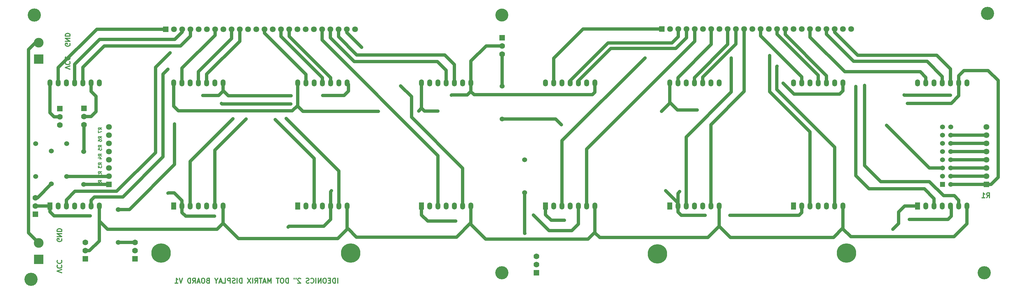
<source format=gbl>
G04 (created by PCBNEW (2013-07-07 BZR 4022)-stable) date 3/3/2015 12:04:10 PM*
%MOIN*%
G04 Gerber Fmt 3.4, Leading zero omitted, Abs format*
%FSLAX34Y34*%
G01*
G70*
G90*
G04 APERTURE LIST*
%ADD10C,0.00590551*%
%ADD11C,0.011811*%
%ADD12C,0.00984252*%
%ADD13R,0.0708661X0.0708661*%
%ADD14C,0.0708661*%
%ADD15C,0.06*%
%ADD16R,0.0590551X0.0866142*%
%ADD17O,0.0590551X0.0866142*%
%ADD18R,0.06X0.06*%
%ADD19R,0.1181X0.1181*%
%ADD20C,0.1181*%
%ADD21C,0.07*%
%ADD22R,0.07X0.07*%
%ADD23C,0.23622*%
%ADD24C,0.16*%
%ADD25C,0.15748*%
%ADD26C,0.035*%
%ADD27C,0.0393701*%
G04 APERTURE END LIST*
G54D10*
G54D11*
X62256Y-64439D02*
X62256Y-63848D01*
X61975Y-64439D02*
X61975Y-63848D01*
X61834Y-63848D01*
X61750Y-63876D01*
X61694Y-63932D01*
X61666Y-63989D01*
X61637Y-64101D01*
X61637Y-64185D01*
X61666Y-64298D01*
X61694Y-64354D01*
X61750Y-64410D01*
X61834Y-64439D01*
X61975Y-64439D01*
X61384Y-64129D02*
X61187Y-64129D01*
X61103Y-64439D02*
X61384Y-64439D01*
X61384Y-63848D01*
X61103Y-63848D01*
X60738Y-63848D02*
X60625Y-63848D01*
X60569Y-63876D01*
X60513Y-63932D01*
X60484Y-64045D01*
X60484Y-64242D01*
X60513Y-64354D01*
X60569Y-64410D01*
X60625Y-64439D01*
X60738Y-64439D01*
X60794Y-64410D01*
X60850Y-64354D01*
X60878Y-64242D01*
X60878Y-64045D01*
X60850Y-63932D01*
X60794Y-63876D01*
X60738Y-63848D01*
X60231Y-64439D02*
X60231Y-63848D01*
X59894Y-64439D01*
X59894Y-63848D01*
X59613Y-64439D02*
X59613Y-63848D01*
X58994Y-64382D02*
X59022Y-64410D01*
X59106Y-64439D01*
X59163Y-64439D01*
X59247Y-64410D01*
X59303Y-64354D01*
X59331Y-64298D01*
X59360Y-64185D01*
X59360Y-64101D01*
X59331Y-63989D01*
X59303Y-63932D01*
X59247Y-63876D01*
X59163Y-63848D01*
X59106Y-63848D01*
X59022Y-63876D01*
X58994Y-63904D01*
X58769Y-64410D02*
X58685Y-64439D01*
X58544Y-64439D01*
X58488Y-64410D01*
X58460Y-64382D01*
X58432Y-64326D01*
X58432Y-64270D01*
X58460Y-64214D01*
X58488Y-64185D01*
X58544Y-64157D01*
X58657Y-64129D01*
X58713Y-64101D01*
X58741Y-64073D01*
X58769Y-64017D01*
X58769Y-63960D01*
X58741Y-63904D01*
X58713Y-63876D01*
X58657Y-63848D01*
X58516Y-63848D01*
X58432Y-63876D01*
X57757Y-63904D02*
X57729Y-63876D01*
X57672Y-63848D01*
X57532Y-63848D01*
X57475Y-63876D01*
X57447Y-63904D01*
X57419Y-63960D01*
X57419Y-64017D01*
X57447Y-64101D01*
X57785Y-64439D01*
X57419Y-64439D01*
X57194Y-63848D02*
X57194Y-63960D01*
X56969Y-63848D02*
X56969Y-63960D01*
X56266Y-64439D02*
X56266Y-63848D01*
X56126Y-63848D01*
X56041Y-63876D01*
X55985Y-63932D01*
X55957Y-63989D01*
X55929Y-64101D01*
X55929Y-64185D01*
X55957Y-64298D01*
X55985Y-64354D01*
X56041Y-64410D01*
X56126Y-64439D01*
X56266Y-64439D01*
X55563Y-63848D02*
X55451Y-63848D01*
X55394Y-63876D01*
X55338Y-63932D01*
X55310Y-64045D01*
X55310Y-64242D01*
X55338Y-64354D01*
X55394Y-64410D01*
X55451Y-64439D01*
X55563Y-64439D01*
X55619Y-64410D01*
X55676Y-64354D01*
X55704Y-64242D01*
X55704Y-64045D01*
X55676Y-63932D01*
X55619Y-63876D01*
X55563Y-63848D01*
X55141Y-63848D02*
X54804Y-63848D01*
X54973Y-64439D02*
X54973Y-63848D01*
X54157Y-64439D02*
X54157Y-63848D01*
X53960Y-64270D01*
X53763Y-63848D01*
X53763Y-64439D01*
X53510Y-64270D02*
X53229Y-64270D01*
X53567Y-64439D02*
X53370Y-63848D01*
X53173Y-64439D01*
X53060Y-63848D02*
X52723Y-63848D01*
X52892Y-64439D02*
X52892Y-63848D01*
X52189Y-64439D02*
X52385Y-64157D01*
X52526Y-64439D02*
X52526Y-63848D01*
X52301Y-63848D01*
X52245Y-63876D01*
X52217Y-63904D01*
X52189Y-63960D01*
X52189Y-64045D01*
X52217Y-64101D01*
X52245Y-64129D01*
X52301Y-64157D01*
X52526Y-64157D01*
X51935Y-64439D02*
X51935Y-63848D01*
X51711Y-63848D02*
X51317Y-64439D01*
X51317Y-63848D02*
X51711Y-64439D01*
X50642Y-64439D02*
X50642Y-63848D01*
X50501Y-63848D01*
X50417Y-63876D01*
X50361Y-63932D01*
X50333Y-63989D01*
X50304Y-64101D01*
X50304Y-64185D01*
X50333Y-64298D01*
X50361Y-64354D01*
X50417Y-64410D01*
X50501Y-64439D01*
X50642Y-64439D01*
X50051Y-64439D02*
X50051Y-63848D01*
X49798Y-64410D02*
X49714Y-64439D01*
X49573Y-64439D01*
X49517Y-64410D01*
X49489Y-64382D01*
X49461Y-64326D01*
X49461Y-64270D01*
X49489Y-64214D01*
X49517Y-64185D01*
X49573Y-64157D01*
X49686Y-64129D01*
X49742Y-64101D01*
X49770Y-64073D01*
X49798Y-64017D01*
X49798Y-63960D01*
X49770Y-63904D01*
X49742Y-63876D01*
X49686Y-63848D01*
X49545Y-63848D01*
X49461Y-63876D01*
X49208Y-64439D02*
X49208Y-63848D01*
X48983Y-63848D01*
X48926Y-63876D01*
X48898Y-63904D01*
X48870Y-63960D01*
X48870Y-64045D01*
X48898Y-64101D01*
X48926Y-64129D01*
X48983Y-64157D01*
X49208Y-64157D01*
X48336Y-64439D02*
X48617Y-64439D01*
X48617Y-63848D01*
X48167Y-64270D02*
X47886Y-64270D01*
X48223Y-64439D02*
X48027Y-63848D01*
X47830Y-64439D01*
X47520Y-64157D02*
X47520Y-64439D01*
X47717Y-63848D02*
X47520Y-64157D01*
X47324Y-63848D01*
X46480Y-64129D02*
X46396Y-64157D01*
X46367Y-64185D01*
X46339Y-64242D01*
X46339Y-64326D01*
X46367Y-64382D01*
X46396Y-64410D01*
X46452Y-64439D01*
X46677Y-64439D01*
X46677Y-63848D01*
X46480Y-63848D01*
X46424Y-63876D01*
X46396Y-63904D01*
X46367Y-63960D01*
X46367Y-64017D01*
X46396Y-64073D01*
X46424Y-64101D01*
X46480Y-64129D01*
X46677Y-64129D01*
X45974Y-63848D02*
X45861Y-63848D01*
X45805Y-63876D01*
X45749Y-63932D01*
X45721Y-64045D01*
X45721Y-64242D01*
X45749Y-64354D01*
X45805Y-64410D01*
X45861Y-64439D01*
X45974Y-64439D01*
X46030Y-64410D01*
X46086Y-64354D01*
X46114Y-64242D01*
X46114Y-64045D01*
X46086Y-63932D01*
X46030Y-63876D01*
X45974Y-63848D01*
X45496Y-64270D02*
X45214Y-64270D01*
X45552Y-64439D02*
X45355Y-63848D01*
X45158Y-64439D01*
X44624Y-64439D02*
X44821Y-64157D01*
X44961Y-64439D02*
X44961Y-63848D01*
X44736Y-63848D01*
X44680Y-63876D01*
X44652Y-63904D01*
X44624Y-63960D01*
X44624Y-64045D01*
X44652Y-64101D01*
X44680Y-64129D01*
X44736Y-64157D01*
X44961Y-64157D01*
X44371Y-64439D02*
X44371Y-63848D01*
X44230Y-63848D01*
X44146Y-63876D01*
X44090Y-63932D01*
X44061Y-63989D01*
X44033Y-64101D01*
X44033Y-64185D01*
X44061Y-64298D01*
X44090Y-64354D01*
X44146Y-64410D01*
X44230Y-64439D01*
X44371Y-64439D01*
X43415Y-63848D02*
X43218Y-64439D01*
X43021Y-63848D01*
X42515Y-64439D02*
X42852Y-64439D01*
X42684Y-64439D02*
X42684Y-63848D01*
X42740Y-63932D01*
X42796Y-63989D01*
X42852Y-64017D01*
X29751Y-38387D02*
X29160Y-38190D01*
X29751Y-37993D01*
X29217Y-37459D02*
X29189Y-37487D01*
X29160Y-37571D01*
X29160Y-37628D01*
X29189Y-37712D01*
X29245Y-37768D01*
X29301Y-37796D01*
X29414Y-37824D01*
X29498Y-37824D01*
X29610Y-37796D01*
X29667Y-37768D01*
X29723Y-37712D01*
X29751Y-37628D01*
X29751Y-37571D01*
X29723Y-37487D01*
X29695Y-37459D01*
X29217Y-36868D02*
X29189Y-36896D01*
X29160Y-36981D01*
X29160Y-37037D01*
X29189Y-37121D01*
X29245Y-37178D01*
X29301Y-37206D01*
X29414Y-37234D01*
X29498Y-37234D01*
X29610Y-37206D01*
X29667Y-37178D01*
X29723Y-37121D01*
X29751Y-37037D01*
X29751Y-36981D01*
X29723Y-36896D01*
X29695Y-36868D01*
X141098Y-54039D02*
X141295Y-53757D01*
X141435Y-54039D02*
X141435Y-53448D01*
X141210Y-53448D01*
X141154Y-53476D01*
X141126Y-53504D01*
X141098Y-53560D01*
X141098Y-53645D01*
X141126Y-53701D01*
X141154Y-53729D01*
X141210Y-53757D01*
X141435Y-53757D01*
X140535Y-54039D02*
X140873Y-54039D01*
X140704Y-54039D02*
X140704Y-53448D01*
X140760Y-53532D01*
X140817Y-53589D01*
X140873Y-53617D01*
X29723Y-35249D02*
X29751Y-35306D01*
X29751Y-35390D01*
X29723Y-35474D01*
X29667Y-35531D01*
X29610Y-35559D01*
X29498Y-35587D01*
X29414Y-35587D01*
X29301Y-35559D01*
X29245Y-35531D01*
X29189Y-35474D01*
X29160Y-35390D01*
X29160Y-35334D01*
X29189Y-35249D01*
X29217Y-35221D01*
X29414Y-35221D01*
X29414Y-35334D01*
X29160Y-34968D02*
X29751Y-34968D01*
X29160Y-34631D01*
X29751Y-34631D01*
X29160Y-34350D02*
X29751Y-34350D01*
X29751Y-34209D01*
X29723Y-34125D01*
X29667Y-34068D01*
X29610Y-34040D01*
X29498Y-34012D01*
X29414Y-34012D01*
X29301Y-34040D01*
X29245Y-34068D01*
X29189Y-34125D01*
X29160Y-34209D01*
X29160Y-34350D01*
X28723Y-59049D02*
X28751Y-59106D01*
X28751Y-59190D01*
X28723Y-59274D01*
X28667Y-59331D01*
X28610Y-59359D01*
X28498Y-59387D01*
X28414Y-59387D01*
X28301Y-59359D01*
X28245Y-59331D01*
X28189Y-59274D01*
X28160Y-59190D01*
X28160Y-59134D01*
X28189Y-59049D01*
X28217Y-59021D01*
X28414Y-59021D01*
X28414Y-59134D01*
X28160Y-58768D02*
X28751Y-58768D01*
X28160Y-58431D01*
X28751Y-58431D01*
X28160Y-58150D02*
X28751Y-58150D01*
X28751Y-58009D01*
X28723Y-57925D01*
X28667Y-57868D01*
X28610Y-57840D01*
X28498Y-57812D01*
X28414Y-57812D01*
X28301Y-57840D01*
X28245Y-57868D01*
X28189Y-57925D01*
X28160Y-58009D01*
X28160Y-58150D01*
X28751Y-63187D02*
X28160Y-62990D01*
X28751Y-62793D01*
X28217Y-62259D02*
X28189Y-62287D01*
X28160Y-62371D01*
X28160Y-62428D01*
X28189Y-62512D01*
X28245Y-62568D01*
X28301Y-62596D01*
X28414Y-62624D01*
X28498Y-62624D01*
X28610Y-62596D01*
X28667Y-62568D01*
X28723Y-62512D01*
X28751Y-62428D01*
X28751Y-62371D01*
X28723Y-62287D01*
X28695Y-62259D01*
X28217Y-61668D02*
X28189Y-61696D01*
X28160Y-61781D01*
X28160Y-61837D01*
X28189Y-61921D01*
X28245Y-61978D01*
X28301Y-62006D01*
X28414Y-62034D01*
X28498Y-62034D01*
X28610Y-62006D01*
X28667Y-61978D01*
X28723Y-61921D01*
X28751Y-61837D01*
X28751Y-61781D01*
X28723Y-61696D01*
X28695Y-61668D01*
G54D12*
X33559Y-45728D02*
X33371Y-45597D01*
X33559Y-45503D02*
X33165Y-45503D01*
X33165Y-45653D01*
X33184Y-45691D01*
X33203Y-45709D01*
X33240Y-45728D01*
X33296Y-45728D01*
X33334Y-45709D01*
X33353Y-45691D01*
X33371Y-45653D01*
X33371Y-45503D01*
X33165Y-45859D02*
X33165Y-46122D01*
X33559Y-45953D01*
X33559Y-46797D02*
X33371Y-46665D01*
X33559Y-46572D02*
X33165Y-46572D01*
X33165Y-46722D01*
X33184Y-46759D01*
X33203Y-46778D01*
X33240Y-46797D01*
X33296Y-46797D01*
X33334Y-46778D01*
X33353Y-46759D01*
X33371Y-46722D01*
X33371Y-46572D01*
X33165Y-47134D02*
X33165Y-47059D01*
X33184Y-47022D01*
X33203Y-47003D01*
X33259Y-46965D01*
X33334Y-46947D01*
X33484Y-46947D01*
X33521Y-46965D01*
X33540Y-46984D01*
X33559Y-47022D01*
X33559Y-47097D01*
X33540Y-47134D01*
X33521Y-47153D01*
X33484Y-47172D01*
X33390Y-47172D01*
X33353Y-47153D01*
X33334Y-47134D01*
X33315Y-47097D01*
X33315Y-47022D01*
X33334Y-46984D01*
X33353Y-46965D01*
X33390Y-46947D01*
X33559Y-47865D02*
X33371Y-47734D01*
X33559Y-47640D02*
X33165Y-47640D01*
X33165Y-47790D01*
X33184Y-47828D01*
X33203Y-47847D01*
X33240Y-47865D01*
X33296Y-47865D01*
X33334Y-47847D01*
X33353Y-47828D01*
X33371Y-47790D01*
X33371Y-47640D01*
X33165Y-48221D02*
X33165Y-48034D01*
X33353Y-48015D01*
X33334Y-48034D01*
X33315Y-48071D01*
X33315Y-48165D01*
X33334Y-48203D01*
X33353Y-48221D01*
X33390Y-48240D01*
X33484Y-48240D01*
X33521Y-48221D01*
X33540Y-48203D01*
X33559Y-48165D01*
X33559Y-48071D01*
X33540Y-48034D01*
X33521Y-48015D01*
X33559Y-48934D02*
X33371Y-48803D01*
X33559Y-48709D02*
X33165Y-48709D01*
X33165Y-48859D01*
X33184Y-48896D01*
X33203Y-48915D01*
X33240Y-48934D01*
X33296Y-48934D01*
X33334Y-48915D01*
X33353Y-48896D01*
X33371Y-48859D01*
X33371Y-48709D01*
X33296Y-49271D02*
X33559Y-49271D01*
X33146Y-49178D02*
X33428Y-49084D01*
X33428Y-49328D01*
X33559Y-50003D02*
X33371Y-49871D01*
X33559Y-49778D02*
X33165Y-49778D01*
X33165Y-49928D01*
X33184Y-49965D01*
X33203Y-49984D01*
X33240Y-50003D01*
X33296Y-50003D01*
X33334Y-49984D01*
X33353Y-49965D01*
X33371Y-49928D01*
X33371Y-49778D01*
X33165Y-50134D02*
X33165Y-50377D01*
X33315Y-50246D01*
X33315Y-50302D01*
X33334Y-50340D01*
X33353Y-50359D01*
X33390Y-50377D01*
X33484Y-50377D01*
X33521Y-50359D01*
X33540Y-50340D01*
X33559Y-50302D01*
X33559Y-50190D01*
X33540Y-50152D01*
X33521Y-50134D01*
X33559Y-51071D02*
X33371Y-50940D01*
X33559Y-50846D02*
X33165Y-50846D01*
X33165Y-50996D01*
X33184Y-51034D01*
X33203Y-51052D01*
X33240Y-51071D01*
X33296Y-51071D01*
X33334Y-51052D01*
X33353Y-51034D01*
X33371Y-50996D01*
X33371Y-50846D01*
X33203Y-51221D02*
X33184Y-51240D01*
X33165Y-51277D01*
X33165Y-51371D01*
X33184Y-51409D01*
X33203Y-51427D01*
X33240Y-51446D01*
X33278Y-51446D01*
X33334Y-51427D01*
X33559Y-51202D01*
X33559Y-51446D01*
X33559Y-52140D02*
X33371Y-52008D01*
X33559Y-51915D02*
X33165Y-51915D01*
X33165Y-52065D01*
X33184Y-52102D01*
X33203Y-52121D01*
X33240Y-52140D01*
X33296Y-52140D01*
X33334Y-52121D01*
X33353Y-52102D01*
X33371Y-52065D01*
X33371Y-51915D01*
X33559Y-52515D02*
X33559Y-52290D01*
X33559Y-52402D02*
X33165Y-52402D01*
X33221Y-52365D01*
X33259Y-52327D01*
X33278Y-52290D01*
G54D13*
X34476Y-52409D03*
G54D14*
X34476Y-51409D03*
X34476Y-50409D03*
X34476Y-49409D03*
X34476Y-48409D03*
X34476Y-47409D03*
X34476Y-46409D03*
X34476Y-45409D03*
G54D13*
X41358Y-33503D03*
G54D14*
X42358Y-33503D03*
X43358Y-33503D03*
X44358Y-33503D03*
X45358Y-33503D03*
X46358Y-33503D03*
X47358Y-33503D03*
X48358Y-33503D03*
X49358Y-33503D03*
X50358Y-33503D03*
X51358Y-33503D03*
X52358Y-33503D03*
X53358Y-33503D03*
X54358Y-33503D03*
X55358Y-33503D03*
X56358Y-33503D03*
X57358Y-33503D03*
X58358Y-33503D03*
X59358Y-33503D03*
X60358Y-33503D03*
X61358Y-33503D03*
X62358Y-33503D03*
X63358Y-33503D03*
X64358Y-33503D03*
G54D13*
X101633Y-33484D03*
G54D14*
X102633Y-33484D03*
X103633Y-33484D03*
X104633Y-33484D03*
X105633Y-33484D03*
X106633Y-33484D03*
X107633Y-33484D03*
X108633Y-33484D03*
X109633Y-33484D03*
X110633Y-33484D03*
X111633Y-33484D03*
X112633Y-33484D03*
X113633Y-33484D03*
X114633Y-33484D03*
X115633Y-33484D03*
X116633Y-33484D03*
X117633Y-33484D03*
X118633Y-33484D03*
X119633Y-33484D03*
X120633Y-33484D03*
X121633Y-33484D03*
X122633Y-33484D03*
X123633Y-33484D03*
X124633Y-33484D03*
G54D15*
X31393Y-48433D03*
X31393Y-52433D03*
X29330Y-47456D03*
X29330Y-51456D03*
X82251Y-40456D03*
X82251Y-44456D03*
X84976Y-53433D03*
X84976Y-49433D03*
X27476Y-52366D03*
X27476Y-48366D03*
X25562Y-51456D03*
X25562Y-47456D03*
X35600Y-59475D03*
X35600Y-55475D03*
G54D16*
X117649Y-55059D03*
G54D17*
X118649Y-55059D03*
X119649Y-55059D03*
X120649Y-55059D03*
X121649Y-55059D03*
X122649Y-55059D03*
X123649Y-55059D03*
X123649Y-40059D03*
X122649Y-40059D03*
X121649Y-40059D03*
X120649Y-40059D03*
X119649Y-40059D03*
X118649Y-40059D03*
X117649Y-40059D03*
G54D16*
X42334Y-55059D03*
G54D17*
X43334Y-55059D03*
X44334Y-55059D03*
X45334Y-55059D03*
X46334Y-55059D03*
X47334Y-55059D03*
X48334Y-55059D03*
X48334Y-40059D03*
X47334Y-40059D03*
X46334Y-40059D03*
X45334Y-40059D03*
X44334Y-40059D03*
X43334Y-40059D03*
X42334Y-40059D03*
G54D16*
X72452Y-55059D03*
G54D17*
X73452Y-55059D03*
X74452Y-55059D03*
X75452Y-55059D03*
X76452Y-55059D03*
X77452Y-55059D03*
X78452Y-55059D03*
X78452Y-40059D03*
X77452Y-40059D03*
X76452Y-40059D03*
X75452Y-40059D03*
X74452Y-40059D03*
X73452Y-40059D03*
X72452Y-40059D03*
G54D16*
X102590Y-55059D03*
G54D17*
X103590Y-55059D03*
X104590Y-55059D03*
X105590Y-55059D03*
X106590Y-55059D03*
X107590Y-55059D03*
X108590Y-55059D03*
X108590Y-40059D03*
X107590Y-40059D03*
X106590Y-40059D03*
X105590Y-40059D03*
X104590Y-40059D03*
X103590Y-40059D03*
X102590Y-40059D03*
G54D16*
X87511Y-55059D03*
G54D17*
X88511Y-55059D03*
X89511Y-55059D03*
X90511Y-55059D03*
X91511Y-55059D03*
X92511Y-55059D03*
X93511Y-55059D03*
X93511Y-40059D03*
X92511Y-40059D03*
X91511Y-40059D03*
X90511Y-40059D03*
X89511Y-40059D03*
X88511Y-40059D03*
X87511Y-40059D03*
G54D16*
X57393Y-55059D03*
G54D17*
X58393Y-55059D03*
X59393Y-55059D03*
X60393Y-55059D03*
X61393Y-55059D03*
X62393Y-55059D03*
X63393Y-55059D03*
X63393Y-40059D03*
X62393Y-40059D03*
X61393Y-40059D03*
X60393Y-40059D03*
X59393Y-40059D03*
X58393Y-40059D03*
X57393Y-40059D03*
G54D16*
X27295Y-55059D03*
G54D17*
X28295Y-55059D03*
X29295Y-55059D03*
X30295Y-55059D03*
X31295Y-55059D03*
X32295Y-55059D03*
X33295Y-55059D03*
X33295Y-40059D03*
X32295Y-40059D03*
X31295Y-40059D03*
X30295Y-40059D03*
X29295Y-40059D03*
X28295Y-40059D03*
X27295Y-40059D03*
G54D16*
X132708Y-55059D03*
G54D17*
X133708Y-55059D03*
X134708Y-55059D03*
X135708Y-55059D03*
X136708Y-55059D03*
X137708Y-55059D03*
X138708Y-55059D03*
X138708Y-40059D03*
X137708Y-40059D03*
X136708Y-40059D03*
X135708Y-40059D03*
X134708Y-40059D03*
X133708Y-40059D03*
X132708Y-40059D03*
G54D13*
X141082Y-52405D03*
G54D14*
X141082Y-51405D03*
X141082Y-50405D03*
X141082Y-49405D03*
X141082Y-48405D03*
X141082Y-47405D03*
X141082Y-46405D03*
X141082Y-45405D03*
G54D18*
X135748Y-52409D03*
G54D15*
X136748Y-52409D03*
X135748Y-51409D03*
X136748Y-51409D03*
X135748Y-50409D03*
X136748Y-50409D03*
X135748Y-49409D03*
X136748Y-49409D03*
X135748Y-48409D03*
X136748Y-48409D03*
X135748Y-47409D03*
X136748Y-47409D03*
X135748Y-46409D03*
X136748Y-46409D03*
X135748Y-45409D03*
X136748Y-45409D03*
G54D19*
X25925Y-61551D03*
G54D20*
X25925Y-59551D03*
G54D19*
X25925Y-37161D03*
G54D20*
X25925Y-35161D03*
G54D21*
X31440Y-45145D03*
X31440Y-44145D03*
G54D22*
X31440Y-43145D03*
G54D21*
X82251Y-36551D03*
X82251Y-35551D03*
G54D22*
X82251Y-34551D03*
G54D21*
X28488Y-45196D03*
X28488Y-44196D03*
G54D22*
X28488Y-43196D03*
G54D21*
X86400Y-61200D03*
X86400Y-62200D03*
G54D22*
X86400Y-63200D03*
G54D21*
X25543Y-54043D03*
X25543Y-55043D03*
G54D22*
X25543Y-56043D03*
G54D21*
X31600Y-59500D03*
X31600Y-60500D03*
G54D22*
X31600Y-61500D03*
G54D21*
X37650Y-59500D03*
X37650Y-60500D03*
G54D22*
X37650Y-61500D03*
G54D23*
X101100Y-60875D03*
X124075Y-60775D03*
X40800Y-60800D03*
X63825Y-60775D03*
G54D24*
X140800Y-63200D03*
X25400Y-31800D03*
X141200Y-31600D03*
G54D25*
X82200Y-31800D03*
G54D24*
X25000Y-64000D03*
X82200Y-63200D03*
G54D26*
X128921Y-45208D03*
X89425Y-45149D03*
X42450Y-45050D03*
X51151Y-44448D03*
X54665Y-44517D03*
X56013Y-44399D03*
X41909Y-36374D03*
X69917Y-40413D03*
X65165Y-35728D03*
X99596Y-37007D03*
X110078Y-37027D03*
X114744Y-36722D03*
X115641Y-38011D03*
X125196Y-40496D03*
X126279Y-40354D03*
X41645Y-38389D03*
X49547Y-44419D03*
X85000Y-58400D03*
X131476Y-42539D03*
X56555Y-42618D03*
X48149Y-42559D03*
X74444Y-43468D03*
X67200Y-43503D03*
X72098Y-43468D03*
X105929Y-43338D03*
X101606Y-43503D03*
X116370Y-40078D03*
X131072Y-41515D03*
X136692Y-41535D03*
X76082Y-41535D03*
X60452Y-41574D03*
X56614Y-41614D03*
X45866Y-41594D03*
X86050Y-56150D03*
X61500Y-53200D03*
X131700Y-56700D03*
X56244Y-57610D03*
X32200Y-56250D03*
X76600Y-56900D03*
X89800Y-56800D03*
X129700Y-57900D03*
X41650Y-53500D03*
X109900Y-56200D03*
X106900Y-56200D03*
X103800Y-53300D03*
X102100Y-53200D03*
X47300Y-56300D03*
G54D27*
X31393Y-52433D02*
X34452Y-52433D01*
X34452Y-52433D02*
X34476Y-52409D01*
X29330Y-51456D02*
X34429Y-51456D01*
X34429Y-51456D02*
X34476Y-51409D01*
X82251Y-44456D02*
X88732Y-44456D01*
X134122Y-50409D02*
X135748Y-50409D01*
X128921Y-45208D02*
X134122Y-50409D01*
X88732Y-44456D02*
X89425Y-45149D01*
X35600Y-55475D02*
X36975Y-55475D01*
X42450Y-50000D02*
X42450Y-45050D01*
X36975Y-55475D02*
X42450Y-50000D01*
X41358Y-33503D02*
X32992Y-33503D01*
X28295Y-38200D02*
X28295Y-40059D01*
X32992Y-33503D02*
X28295Y-38200D01*
X47334Y-55059D02*
X47334Y-48265D01*
X47334Y-48265D02*
X51151Y-44448D01*
X53358Y-33503D02*
X53358Y-33988D01*
X58393Y-39023D02*
X58393Y-40059D01*
X53358Y-33988D02*
X58393Y-39023D01*
X59393Y-49246D02*
X54665Y-44517D01*
X59393Y-55059D02*
X59393Y-49246D01*
X55358Y-33503D02*
X55358Y-34393D01*
X60393Y-39429D02*
X60393Y-40059D01*
X55358Y-34393D02*
X60393Y-39429D01*
X56358Y-33503D02*
X56358Y-34370D01*
X61393Y-39405D02*
X61393Y-40059D01*
X56358Y-34370D02*
X61393Y-39405D01*
X62393Y-50779D02*
X62393Y-55059D01*
X56013Y-44399D02*
X62393Y-50779D01*
X60358Y-33503D02*
X60358Y-34811D01*
X74452Y-48905D02*
X74452Y-55059D01*
X60358Y-34811D02*
X74452Y-48905D01*
X61358Y-33503D02*
X61358Y-34547D01*
X75452Y-38527D02*
X75452Y-40059D01*
X74374Y-37448D02*
X75452Y-38527D01*
X64259Y-37448D02*
X74374Y-37448D01*
X61358Y-34547D02*
X64259Y-37448D01*
X62358Y-33503D02*
X62358Y-34425D01*
X76452Y-37814D02*
X76452Y-40059D01*
X75283Y-36645D02*
X76452Y-37814D01*
X64578Y-36645D02*
X75283Y-36645D01*
X62358Y-34425D02*
X64578Y-36645D01*
X29295Y-55059D02*
X29295Y-54303D01*
X40145Y-38137D02*
X41909Y-36374D01*
X40145Y-48535D02*
X40145Y-38137D01*
X35417Y-53263D02*
X40145Y-48535D01*
X30334Y-53263D02*
X35417Y-53263D01*
X29295Y-54303D02*
X30334Y-53263D01*
X63358Y-33503D02*
X63358Y-33921D01*
X77452Y-50437D02*
X77452Y-55059D01*
X71236Y-44220D02*
X77452Y-50437D01*
X71236Y-41732D02*
X71236Y-44220D01*
X69917Y-40413D02*
X71236Y-41732D01*
X63358Y-33921D02*
X65165Y-35728D01*
X88511Y-40059D02*
X88511Y-37039D01*
X92066Y-33484D02*
X101633Y-33484D01*
X88511Y-37039D02*
X92066Y-33484D01*
X89511Y-55059D02*
X89511Y-47092D01*
X89511Y-47092D02*
X99596Y-37007D01*
X90511Y-40059D02*
X90511Y-39783D01*
X103633Y-34417D02*
X103633Y-33484D01*
X102874Y-35177D02*
X103633Y-34417D01*
X95118Y-35177D02*
X102874Y-35177D01*
X90511Y-39783D02*
X95118Y-35177D01*
X91511Y-40059D02*
X91511Y-39787D01*
X104633Y-34559D02*
X104633Y-33484D01*
X103346Y-35846D02*
X104633Y-34559D01*
X95452Y-35846D02*
X103346Y-35846D01*
X91511Y-39787D02*
X95452Y-35846D01*
X92511Y-55059D02*
X92511Y-48118D01*
X105633Y-34996D02*
X105633Y-33484D01*
X92511Y-48118D02*
X105633Y-34996D01*
X103590Y-40059D02*
X103590Y-39401D01*
X107633Y-35358D02*
X107633Y-33484D01*
X103590Y-39401D02*
X107633Y-35358D01*
X104590Y-55059D02*
X104590Y-46649D01*
X110078Y-41161D02*
X110078Y-37027D01*
X104590Y-46649D02*
X110078Y-41161D01*
X105590Y-40059D02*
X105590Y-39409D01*
X109633Y-35366D02*
X109633Y-33484D01*
X105590Y-39409D02*
X109633Y-35366D01*
X106590Y-40059D02*
X106590Y-39354D01*
X110633Y-35311D02*
X110633Y-33484D01*
X106590Y-39354D02*
X110633Y-35311D01*
X30295Y-40059D02*
X30295Y-37775D01*
X43358Y-33846D02*
X43358Y-33503D01*
X42460Y-34744D02*
X43358Y-33846D01*
X33326Y-34744D02*
X42460Y-34744D01*
X30295Y-37775D02*
X33326Y-34744D01*
X107590Y-55059D02*
X107590Y-45135D01*
X111633Y-41092D02*
X111633Y-33484D01*
X107590Y-45135D02*
X111633Y-41092D01*
X113633Y-33484D02*
X113633Y-34303D01*
X118649Y-39318D02*
X118649Y-40059D01*
X113633Y-34303D02*
X118649Y-39318D01*
X119649Y-55059D02*
X119649Y-46007D01*
X114744Y-41102D02*
X114744Y-36722D01*
X119649Y-46007D02*
X114744Y-41102D01*
X115633Y-33484D02*
X115633Y-34118D01*
X120649Y-39133D02*
X120649Y-40059D01*
X115633Y-34118D02*
X120649Y-39133D01*
X116633Y-33484D02*
X116633Y-34153D01*
X121649Y-39169D02*
X121649Y-40059D01*
X116633Y-34153D02*
X121649Y-39169D01*
X122649Y-47889D02*
X122649Y-55059D01*
X115606Y-40846D02*
X122649Y-47889D01*
X115606Y-38047D02*
X115606Y-40846D01*
X115641Y-38011D02*
X115606Y-38047D01*
X119633Y-33484D02*
X119633Y-34476D01*
X133708Y-39377D02*
X133708Y-40059D01*
X133031Y-38700D02*
X133708Y-39377D01*
X123858Y-38700D02*
X133031Y-38700D01*
X119633Y-34476D02*
X123858Y-38700D01*
X134708Y-55059D02*
X134708Y-54137D01*
X125196Y-51346D02*
X125196Y-40496D01*
X126807Y-52956D02*
X125196Y-51346D01*
X133527Y-52956D02*
X126807Y-52956D01*
X134708Y-54137D02*
X133527Y-52956D01*
X121633Y-33484D02*
X121633Y-34133D01*
X135708Y-39271D02*
X135708Y-40059D01*
X133858Y-37421D02*
X135708Y-39271D01*
X124921Y-37421D02*
X133858Y-37421D01*
X121633Y-34133D02*
X124921Y-37421D01*
X122633Y-33484D02*
X122633Y-33874D01*
X136708Y-38342D02*
X136708Y-40059D01*
X135039Y-36673D02*
X136708Y-38342D01*
X125433Y-36673D02*
X135039Y-36673D01*
X122633Y-33874D02*
X125433Y-36673D01*
X31295Y-40059D02*
X31295Y-38153D01*
X44358Y-34362D02*
X44358Y-33503D01*
X43169Y-35551D02*
X44358Y-34362D01*
X33897Y-35551D02*
X43169Y-35551D01*
X31295Y-38153D02*
X33897Y-35551D01*
X137708Y-54338D02*
X137708Y-55059D01*
X137165Y-53795D02*
X137708Y-54338D01*
X135870Y-53795D02*
X137165Y-53795D01*
X134153Y-52078D02*
X135870Y-53795D01*
X128240Y-52078D02*
X134153Y-52078D01*
X126279Y-50118D02*
X128240Y-52078D01*
X126279Y-47566D02*
X126279Y-50118D01*
X126279Y-40354D02*
X126279Y-47566D01*
X32295Y-54338D02*
X32295Y-55059D01*
X32688Y-53944D02*
X32295Y-54338D01*
X36173Y-53944D02*
X32688Y-53944D01*
X41051Y-49066D02*
X36173Y-53944D01*
X41051Y-38984D02*
X41051Y-49066D01*
X41645Y-38389D02*
X41051Y-38984D01*
X43334Y-40059D02*
X43334Y-38259D01*
X47358Y-34236D02*
X47358Y-33503D01*
X43334Y-38259D02*
X47358Y-34236D01*
X44334Y-55059D02*
X44334Y-49631D01*
X44334Y-49631D02*
X49547Y-44419D01*
X45334Y-40059D02*
X45334Y-38681D01*
X49358Y-34657D02*
X49358Y-33503D01*
X45334Y-38681D02*
X49358Y-34657D01*
X46334Y-40059D02*
X46334Y-39000D01*
X50358Y-34976D02*
X50358Y-33503D01*
X46334Y-39000D02*
X50358Y-34976D01*
X31440Y-45145D02*
X31440Y-48385D01*
X31440Y-48385D02*
X31393Y-48433D01*
X82251Y-36551D02*
X82251Y-40456D01*
X84976Y-53433D02*
X84976Y-58376D01*
X84976Y-58376D02*
X85000Y-58400D01*
X25543Y-54043D02*
X25799Y-54043D01*
X25799Y-54043D02*
X27476Y-52366D01*
X35600Y-59475D02*
X37625Y-59475D01*
X37625Y-59475D02*
X37650Y-59500D01*
X31440Y-44145D02*
X32291Y-44145D01*
X32295Y-41078D02*
X32295Y-40059D01*
X32901Y-41685D02*
X32295Y-41078D01*
X32901Y-43535D02*
X32901Y-41685D01*
X32291Y-44145D02*
X32901Y-43535D01*
X137708Y-40059D02*
X137708Y-39173D01*
X141633Y-52405D02*
X141082Y-52405D01*
X142492Y-51547D02*
X141633Y-52405D01*
X142492Y-39751D02*
X142492Y-51547D01*
X141283Y-38543D02*
X142492Y-39751D01*
X138338Y-38543D02*
X141283Y-38543D01*
X137708Y-39173D02*
X138338Y-38543D01*
X136748Y-52409D02*
X141082Y-52405D01*
X137708Y-41622D02*
X137708Y-40059D01*
X136791Y-42539D02*
X137708Y-41622D01*
X131476Y-42539D02*
X136791Y-42539D01*
X48208Y-42618D02*
X56555Y-42618D01*
X48149Y-42559D02*
X48208Y-42618D01*
X27295Y-40059D02*
X27295Y-43677D01*
X27814Y-44196D02*
X28488Y-44196D01*
X27295Y-43677D02*
X27814Y-44196D01*
X136748Y-51409D02*
X141082Y-51405D01*
X72818Y-43480D02*
X72452Y-43114D01*
X74433Y-43480D02*
X72818Y-43480D01*
X74444Y-43468D02*
X74433Y-43480D01*
X57393Y-40059D02*
X57393Y-42870D01*
X57393Y-42870D02*
X58027Y-43503D01*
X58027Y-43503D02*
X67200Y-43503D01*
X72098Y-43468D02*
X72452Y-43114D01*
X72452Y-43114D02*
X72452Y-40059D01*
X102590Y-42519D02*
X102712Y-42519D01*
X103531Y-43338D02*
X105929Y-43338D01*
X102712Y-42519D02*
X103531Y-43338D01*
X102590Y-42519D02*
X102590Y-40059D01*
X101606Y-43503D02*
X102590Y-42519D01*
X42334Y-42696D02*
X42334Y-42885D01*
X57393Y-42822D02*
X57393Y-42814D01*
X57393Y-42814D02*
X57393Y-40059D01*
X56751Y-43464D02*
X57393Y-42822D01*
X42913Y-43464D02*
X56751Y-43464D01*
X42334Y-42885D02*
X42913Y-43464D01*
X42334Y-42696D02*
X42334Y-40059D01*
X78452Y-40059D02*
X78452Y-37397D01*
X80299Y-35551D02*
X82251Y-35551D01*
X78452Y-37397D02*
X80299Y-35551D01*
X136748Y-50409D02*
X141082Y-50405D01*
X123649Y-41003D02*
X123649Y-40059D01*
X123251Y-41401D02*
X123649Y-41003D01*
X117692Y-41401D02*
X123251Y-41401D01*
X116370Y-40078D02*
X117692Y-41401D01*
X131072Y-41515D02*
X131092Y-41535D01*
X131092Y-41535D02*
X136692Y-41535D01*
X78452Y-41074D02*
X78452Y-41120D01*
X93511Y-41173D02*
X93511Y-40059D01*
X93188Y-41496D02*
X93511Y-41173D01*
X78828Y-41496D02*
X93188Y-41496D01*
X78452Y-41120D02*
X78828Y-41496D01*
X78452Y-41074D02*
X78452Y-40059D01*
X78011Y-41515D02*
X78452Y-41074D01*
X76102Y-41515D02*
X78011Y-41515D01*
X76082Y-41535D02*
X76102Y-41515D01*
X48334Y-41035D02*
X48397Y-41035D01*
X63562Y-40228D02*
X63393Y-40059D01*
X63562Y-41043D02*
X63562Y-40228D01*
X63031Y-41574D02*
X63562Y-41043D01*
X60452Y-41574D02*
X63031Y-41574D01*
X48976Y-41614D02*
X56614Y-41614D01*
X48397Y-41035D02*
X48976Y-41614D01*
X48334Y-41035D02*
X48334Y-40059D01*
X47795Y-41574D02*
X48334Y-41035D01*
X45885Y-41574D02*
X47795Y-41574D01*
X45866Y-41594D02*
X45885Y-41574D01*
X91511Y-57238D02*
X91511Y-55059D01*
X90700Y-58050D02*
X91511Y-57238D01*
X87950Y-58050D02*
X90700Y-58050D01*
X86050Y-56150D02*
X87950Y-58050D01*
X61393Y-55059D02*
X61393Y-53306D01*
X61393Y-53306D02*
X61500Y-53200D01*
X136800Y-55150D02*
X136708Y-55059D01*
X136800Y-56300D02*
X136800Y-55150D01*
X136400Y-56700D02*
X136800Y-56300D01*
X131700Y-56700D02*
X136400Y-56700D01*
X60562Y-57503D02*
X61393Y-56673D01*
X56350Y-57503D02*
X60562Y-57503D01*
X56244Y-57610D02*
X56350Y-57503D01*
X61393Y-56673D02*
X61393Y-55059D01*
X136748Y-49409D02*
X141082Y-49405D01*
X61393Y-56673D02*
X61393Y-55059D01*
X27295Y-55059D02*
X27295Y-55745D01*
X27800Y-56250D02*
X32200Y-56250D01*
X27295Y-55745D02*
X27800Y-56250D01*
X72452Y-55059D02*
X72452Y-56152D01*
X73200Y-56900D02*
X76600Y-56900D01*
X72452Y-56152D02*
X73200Y-56900D01*
X89800Y-56800D02*
X88200Y-56800D01*
X88200Y-56800D02*
X87511Y-56111D01*
X87511Y-56111D02*
X87511Y-55059D01*
X131140Y-55059D02*
X132708Y-55059D01*
X130400Y-55800D02*
X131140Y-55059D01*
X130400Y-57200D02*
X130400Y-55800D01*
X129700Y-57900D02*
X130400Y-57200D01*
X25543Y-55043D02*
X27279Y-55043D01*
X27279Y-55043D02*
X27295Y-55059D01*
X136748Y-48409D02*
X141082Y-48405D01*
X31600Y-60500D02*
X32100Y-60500D01*
X33295Y-59304D02*
X33295Y-56895D01*
X32100Y-60500D02*
X33295Y-59304D01*
X33295Y-55059D02*
X33295Y-56895D01*
X47588Y-57900D02*
X48334Y-57153D01*
X34300Y-57900D02*
X47588Y-57900D01*
X33295Y-56895D02*
X34300Y-57900D01*
X136748Y-47409D02*
X141082Y-47405D01*
X93511Y-58240D02*
X93511Y-58314D01*
X107228Y-58897D02*
X108614Y-57511D01*
X94094Y-58897D02*
X107228Y-58897D01*
X93511Y-58314D02*
X94094Y-58897D01*
X78452Y-57098D02*
X78452Y-57291D01*
X93511Y-58240D02*
X93511Y-55059D01*
X92677Y-59074D02*
X93511Y-58240D01*
X80236Y-59074D02*
X92677Y-59074D01*
X78452Y-57291D02*
X80236Y-59074D01*
X123649Y-57728D02*
X123649Y-57842D01*
X138708Y-57216D02*
X138708Y-55059D01*
X137125Y-58799D02*
X138708Y-57216D01*
X124606Y-58799D02*
X137125Y-58799D01*
X123649Y-57842D02*
X124606Y-58799D01*
X108590Y-57511D02*
X108614Y-57511D01*
X108590Y-57511D02*
X108590Y-55059D01*
X123649Y-57728D02*
X123649Y-55059D01*
X122500Y-58877D02*
X123649Y-57728D01*
X109980Y-58877D02*
X122500Y-58877D01*
X108614Y-57511D02*
X109980Y-58877D01*
X63393Y-57854D02*
X63562Y-57854D01*
X78452Y-57098D02*
X78452Y-55059D01*
X76712Y-58838D02*
X78452Y-57098D01*
X64547Y-58838D02*
X76712Y-58838D01*
X63562Y-57854D02*
X64547Y-58838D01*
X48334Y-56830D02*
X48334Y-57153D01*
X48334Y-56830D02*
X48334Y-55059D01*
X63393Y-57885D02*
X63393Y-57854D01*
X63393Y-57854D02*
X63393Y-55059D01*
X62263Y-59015D02*
X63393Y-57885D01*
X50196Y-59015D02*
X62263Y-59015D01*
X48334Y-57153D02*
X50196Y-59015D01*
X43334Y-54384D02*
X43334Y-55059D01*
X42400Y-53450D02*
X43334Y-54384D01*
X41700Y-53450D02*
X42400Y-53450D01*
X41650Y-53500D02*
X41700Y-53450D01*
X103590Y-55059D02*
X103590Y-55790D01*
X118649Y-55850D02*
X118649Y-55059D01*
X118300Y-56200D02*
X118649Y-55850D01*
X109900Y-56200D02*
X118300Y-56200D01*
X104000Y-56200D02*
X106900Y-56200D01*
X103590Y-55790D02*
X104000Y-56200D01*
X103590Y-55059D02*
X103590Y-53509D01*
X103590Y-53509D02*
X103800Y-53300D01*
X102100Y-53200D02*
X103590Y-54690D01*
X103590Y-54690D02*
X103590Y-55059D01*
X43334Y-55059D02*
X43334Y-55834D01*
X43800Y-56300D02*
X47300Y-56300D01*
X43334Y-55834D02*
X43800Y-56300D01*
X136748Y-46409D02*
X141082Y-46405D01*
X25925Y-35161D02*
X25538Y-35161D01*
X24700Y-58325D02*
X25925Y-59551D01*
X24700Y-36000D02*
X24700Y-58325D01*
X25538Y-35161D02*
X24700Y-36000D01*
M02*

</source>
